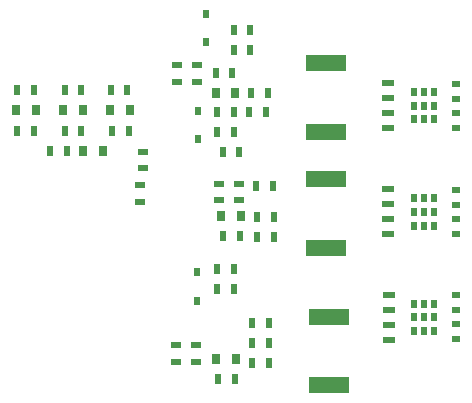
<source format=gbp>
G04 #@! TF.FileFunction,Paste,Bot*
%FSLAX46Y46*%
G04 Gerber Fmt 4.6, Leading zero omitted, Abs format (unit mm)*
G04 Created by KiCad (PCBNEW 4.0.6-e0-6349~53~ubuntu16.04.1) date Fri Mar 10 07:50:29 2017*
%MOMM*%
%LPD*%
G01*
G04 APERTURE LIST*
%ADD10C,0.100000*%
%ADD11R,0.500000X0.700000*%
%ADD12R,0.550000X0.890000*%
%ADD13R,3.350000X1.400000*%
%ADD14R,0.500000X0.800000*%
%ADD15R,0.800000X0.500000*%
%ADD16R,1.050000X0.600000*%
%ADD17R,0.890000X0.550000*%
%ADD18R,0.800000X0.900000*%
G04 APERTURE END LIST*
D10*
D11*
X158850000Y-82105000D03*
X158850000Y-79705000D03*
D12*
X164210000Y-109255000D03*
X162790000Y-109255000D03*
D13*
X169250000Y-105355000D03*
X169250000Y-111155000D03*
D11*
X158175000Y-90350000D03*
X158175000Y-87950000D03*
X158100000Y-104000000D03*
X158100000Y-101600000D03*
D13*
X169000000Y-93705000D03*
X169000000Y-99505000D03*
D14*
X177300000Y-88650000D03*
X176450000Y-88650000D03*
X178150000Y-88650000D03*
X177300000Y-86350000D03*
X176450000Y-86350000D03*
X178150000Y-86350000D03*
X178150000Y-87500000D03*
X176450000Y-87500000D03*
D15*
X180000000Y-89375000D03*
X180000000Y-85625000D03*
X180000000Y-88100000D03*
D16*
X174275000Y-88135000D03*
X174275000Y-89405000D03*
X174275000Y-86865000D03*
X174275000Y-85595000D03*
D15*
X180000000Y-86900000D03*
D14*
X177300000Y-87500000D03*
X177300000Y-97645000D03*
X176450000Y-97645000D03*
X178150000Y-97645000D03*
X177300000Y-95345000D03*
X176450000Y-95345000D03*
X178150000Y-95345000D03*
X178150000Y-96495000D03*
X176450000Y-96495000D03*
D15*
X180000000Y-98370000D03*
X180000000Y-94620000D03*
X180000000Y-97095000D03*
D16*
X174275000Y-97130000D03*
X174275000Y-98400000D03*
X174275000Y-95860000D03*
X174275000Y-94590000D03*
D15*
X180000000Y-95895000D03*
D14*
X177300000Y-96495000D03*
X177350000Y-106555000D03*
X176500000Y-106555000D03*
X178200000Y-106555000D03*
X177350000Y-104255000D03*
X176500000Y-104255000D03*
X178200000Y-104255000D03*
X178200000Y-105405000D03*
X176500000Y-105405000D03*
D15*
X180050000Y-107280000D03*
X180050000Y-103530000D03*
X180050000Y-106005000D03*
D16*
X174325000Y-106040000D03*
X174325000Y-107310000D03*
X174325000Y-104770000D03*
X174325000Y-103500000D03*
D15*
X180050000Y-104805000D03*
D14*
X177350000Y-105405000D03*
D13*
X169000000Y-89700000D03*
X169000000Y-83900000D03*
D12*
X162610000Y-81100000D03*
X161190000Y-81100000D03*
X162610000Y-82800000D03*
X161190000Y-82800000D03*
X161235000Y-89700000D03*
X159815000Y-89700000D03*
X161685000Y-91375000D03*
X160265000Y-91375000D03*
X161210000Y-101300000D03*
X159790000Y-101300000D03*
X161220000Y-103000000D03*
X159800000Y-103000000D03*
X163910000Y-88000000D03*
X162490000Y-88000000D03*
X164610000Y-98605000D03*
X163190000Y-98605000D03*
X162790000Y-107605000D03*
X164210000Y-107605000D03*
X163190000Y-96905000D03*
X164610000Y-96905000D03*
X162690000Y-86400000D03*
X164110000Y-86400000D03*
D17*
X158000000Y-109210000D03*
X158000000Y-107790000D03*
X161650000Y-94090000D03*
X161650000Y-95510000D03*
X158125000Y-84090000D03*
X158125000Y-85510000D03*
X156300000Y-107790000D03*
X156300000Y-109210000D03*
X160000000Y-95510000D03*
X160000000Y-94090000D03*
X156400000Y-85500000D03*
X156400000Y-84080000D03*
D12*
X159890000Y-110650000D03*
X161310000Y-110650000D03*
X160290000Y-98500000D03*
X161710000Y-98500000D03*
X159815000Y-88025000D03*
X161235000Y-88025000D03*
D17*
X153550000Y-92810000D03*
X153550000Y-91390000D03*
D18*
X159740000Y-108950000D03*
X161400000Y-108950000D03*
X160170000Y-96850000D03*
X161830000Y-96850000D03*
X159670000Y-86400000D03*
X161330000Y-86400000D03*
D12*
X164210000Y-105905000D03*
X162790000Y-105905000D03*
X164550000Y-94300000D03*
X163130000Y-94300000D03*
X161085000Y-84750000D03*
X159665000Y-84750000D03*
D18*
X142770000Y-87900000D03*
X144430000Y-87900000D03*
X148430000Y-87900000D03*
X146770000Y-87900000D03*
X152430000Y-87900000D03*
X150770000Y-87900000D03*
D12*
X145640000Y-91305000D03*
X147060000Y-91305000D03*
X142880000Y-86200000D03*
X144300000Y-86200000D03*
X148310000Y-86200000D03*
X146890000Y-86200000D03*
X152210000Y-86200000D03*
X150790000Y-86200000D03*
X144310000Y-89600000D03*
X142890000Y-89600000D03*
X146890000Y-89600000D03*
X148310000Y-89600000D03*
X150890000Y-89600000D03*
X152310000Y-89600000D03*
D17*
X153250000Y-95610000D03*
X153250000Y-94190000D03*
D18*
X148470000Y-91305000D03*
X150130000Y-91305000D03*
M02*

</source>
